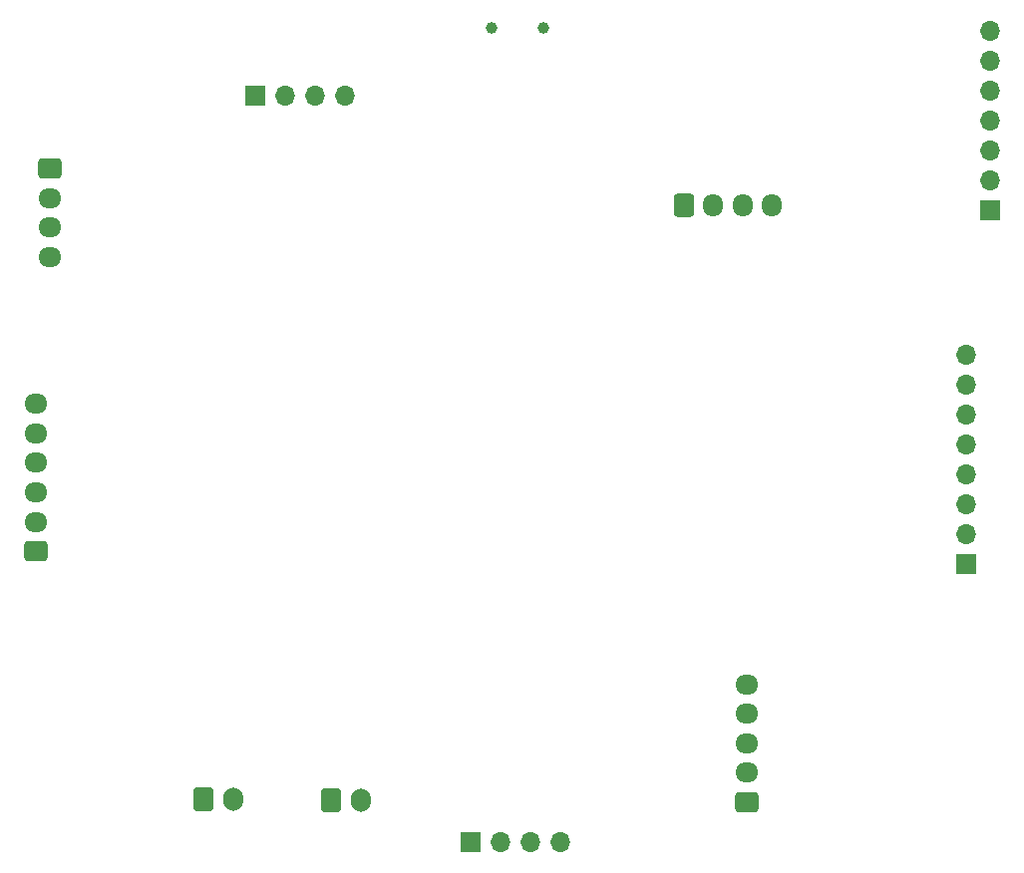
<source format=gbr>
%TF.GenerationSoftware,KiCad,Pcbnew,9.0.1*%
%TF.CreationDate,2025-05-06T13:07:20-06:00*%
%TF.ProjectId,2025_04_STM32F103_RobotBrain,32303235-5f30-4345-9f53-544d33324631,rev?*%
%TF.SameCoordinates,Original*%
%TF.FileFunction,Soldermask,Bot*%
%TF.FilePolarity,Negative*%
%FSLAX46Y46*%
G04 Gerber Fmt 4.6, Leading zero omitted, Abs format (unit mm)*
G04 Created by KiCad (PCBNEW 9.0.1) date 2025-05-06 13:07:20*
%MOMM*%
%LPD*%
G01*
G04 APERTURE LIST*
G04 Aperture macros list*
%AMRoundRect*
0 Rectangle with rounded corners*
0 $1 Rounding radius*
0 $2 $3 $4 $5 $6 $7 $8 $9 X,Y pos of 4 corners*
0 Add a 4 corners polygon primitive as box body*
4,1,4,$2,$3,$4,$5,$6,$7,$8,$9,$2,$3,0*
0 Add four circle primitives for the rounded corners*
1,1,$1+$1,$2,$3*
1,1,$1+$1,$4,$5*
1,1,$1+$1,$6,$7*
1,1,$1+$1,$8,$9*
0 Add four rect primitives between the rounded corners*
20,1,$1+$1,$2,$3,$4,$5,0*
20,1,$1+$1,$4,$5,$6,$7,0*
20,1,$1+$1,$6,$7,$8,$9,0*
20,1,$1+$1,$8,$9,$2,$3,0*%
G04 Aperture macros list end*
%ADD10RoundRect,0.250000X-0.600000X-0.750000X0.600000X-0.750000X0.600000X0.750000X-0.600000X0.750000X0*%
%ADD11O,1.700000X2.000000*%
%ADD12R,1.700000X1.700000*%
%ADD13O,1.700000X1.700000*%
%ADD14RoundRect,0.250000X0.725000X-0.600000X0.725000X0.600000X-0.725000X0.600000X-0.725000X-0.600000X0*%
%ADD15O,1.950000X1.700000*%
%ADD16RoundRect,0.250000X-0.725000X0.600000X-0.725000X-0.600000X0.725000X-0.600000X0.725000X0.600000X0*%
%ADD17RoundRect,0.250000X-0.600000X-0.725000X0.600000X-0.725000X0.600000X0.725000X-0.600000X0.725000X0*%
%ADD18O,1.700000X1.950000*%
%ADD19C,1.000000*%
G04 APERTURE END LIST*
D10*
%TO.C,J6*%
X122580000Y-99900000D03*
D11*
X125080000Y-99900000D03*
%TD*%
D12*
%TO.C,J9*%
X178500000Y-49800000D03*
D13*
X178500000Y-47260000D03*
X178500000Y-44720000D03*
X178500000Y-42180000D03*
X178500000Y-39640000D03*
X178500000Y-37100000D03*
X178500000Y-34560000D03*
%TD*%
D14*
%TO.C,J8*%
X157890000Y-100070000D03*
D15*
X157890000Y-97570000D03*
X157890000Y-95070000D03*
X157890000Y-92570000D03*
X157890000Y-90070000D03*
%TD*%
D12*
%TO.C,J2*%
X176465000Y-79835000D03*
D13*
X176465000Y-77295000D03*
X176465000Y-74755000D03*
X176465000Y-72215000D03*
X176465000Y-69675000D03*
X176465000Y-67135000D03*
X176465000Y-64595000D03*
X176465000Y-62055000D03*
%TD*%
D12*
%TO.C,J4*%
X116160000Y-40040000D03*
D13*
X118700000Y-40040000D03*
X121240000Y-40040000D03*
X123780000Y-40040000D03*
%TD*%
D16*
%TO.C,J11*%
X98720000Y-46270000D03*
D15*
X98720000Y-48770000D03*
X98720000Y-51270000D03*
X98720000Y-53770000D03*
%TD*%
D12*
%TO.C,J3*%
X134460000Y-103485000D03*
D13*
X137000000Y-103485000D03*
X139540000Y-103485000D03*
X142080000Y-103485000D03*
%TD*%
D17*
%TO.C,J7*%
X152510000Y-49370000D03*
D18*
X155010000Y-49370000D03*
X157510000Y-49370000D03*
X160010000Y-49370000D03*
%TD*%
D10*
%TO.C,J5*%
X111750000Y-99875000D03*
D11*
X114250000Y-99875000D03*
%TD*%
D14*
%TO.C,J10*%
X97510000Y-78760000D03*
D15*
X97510000Y-76260000D03*
X97510000Y-73760000D03*
X97510000Y-71260000D03*
X97510000Y-68760000D03*
X97510000Y-66260000D03*
%TD*%
D19*
%TO.C,J1*%
X140580000Y-34300000D03*
X136180000Y-34300000D03*
%TD*%
M02*

</source>
